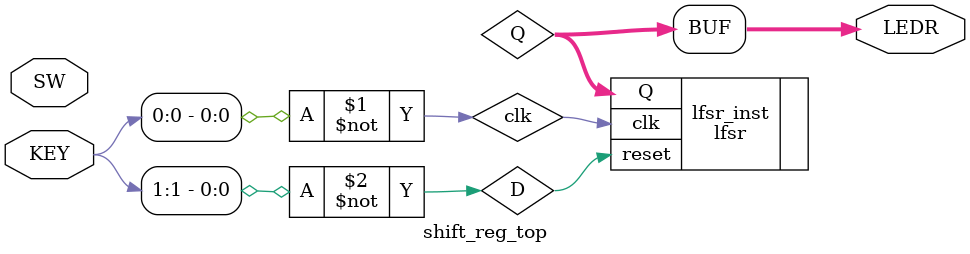
<source format=v>
module shift_reg_top (KEY, SW, LEDR);
	input [1:0]KEY;
	input [0:0]SW;
	output [4:0]LEDR;
	
	wire clk;
   wire D;
   wire [4:0] Q;
    
   assign clk = ~KEY[0];
   assign D = ~KEY[1];
	
	
	//shift_reg SR0 (.clk(clk), .D(D), .Q(Q));
	lfsr lfsr_inst (.clk(clk), .reset(D), .Q(Q));
	
	assign LEDR = Q;


endmodule
</source>
